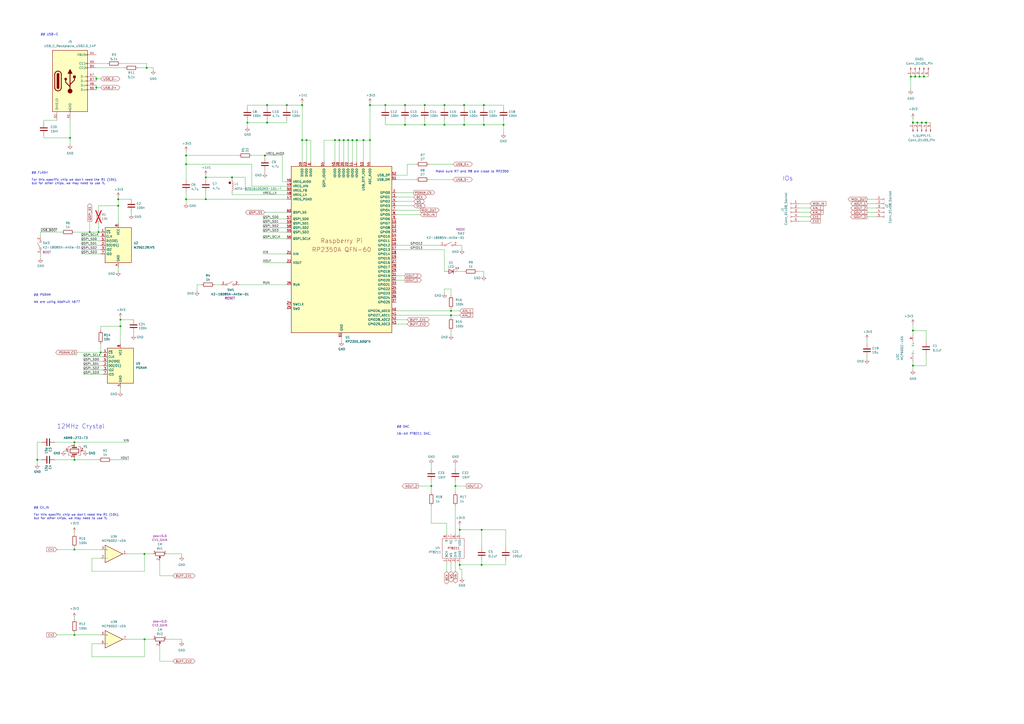
<source format=kicad_sch>
(kicad_sch (version 20231120) (generator "eeschema") (generator_version "8.0")
  (paper "A2")
  (title_block (title "RP2350A QFN-60 Minimal Design Example") (date "2024-07-01") (rev "REV3") (company "Raspberry Pi Ltd"))
  (junction (at 530.86 44.45))
  (junction (at 257.81 60.96))
  (junction (at 153.67 90.17))
  (junction (at 119.38 102.87))
  (junction (at 194.31 81.28))
  (junction (at 280.67 72.39))
  (junction (at 175.26 81.28))
  (junction (at 529.59 212.09))
  (junction (at 535.94 44.45))
  (junction (at 55.88 50.8))
  (junction (at 154.94 71.12))
  (junction (at 532.13 71.12))
  (junction (at 537.21 71.12))
  (junction (at 214.63 60.96))
  (junction (at 196.85 81.28))
  (junction (at 43.18 256.54))
  (junction (at 134.62 102.87))
  (junction (at 279.4 307.34))
  (junction (at 69.85 189.23))
  (junction (at 261.62 182.88))
  (junction (at 119.38 115.57))
  (junction (at 223.52 60.96))
  (junction (at 264.16 281.94))
  (junction (at 210.82 81.28))
  (junction (at 21.59 266.7))
  (junction (at 154.94 60.96))
  (junction (at 207.01 81.28))
  (junction (at 68.58 119.38))
  (junction (at 269.24 72.39))
  (junction (at 292.1 72.39))
  (junction (at 261.62 180.34))
  (junction (at 246.38 72.39))
  (junction (at 204.47 81.28))
  (junction (at 199.39 81.28))
  (junction (at 40.64 80.01))
  (junction (at 83.82 370.84))
  (junction (at 175.26 60.96))
  (junction (at 107.95 115.57))
  (junction (at 280.67 60.96))
  (junction (at 257.81 72.39))
  (junction (at 528.32 44.45))
  (junction (at 269.24 60.96))
  (junction (at 166.37 60.96))
  (junction (at 43.18 318.77))
  (junction (at 52.07 134.62))
  (junction (at 68.58 115.57))
  (junction (at 55.88 45.72))
  (junction (at 234.95 60.96))
  (junction (at 43.18 266.7))
  (junction (at 250.19 281.94))
  (junction (at 69.85 185.42))
  (junction (at 279.4 327.66))
  (junction (at 83.82 321.31))
  (junction (at 534.67 71.12))
  (junction (at 234.95 72.39))
  (junction (at 266.7 327.66))
  (junction (at 43.18 368.3))
  (junction (at 214.63 81.28))
  (junction (at 529.59 191.77))
  (junction (at 107.95 90.17))
  (junction (at 57.15 134.62))
  (junction (at 177.8 81.28))
  (junction (at 246.38 60.96))
  (junction (at 533.4 44.45))
  (junction (at 58.42 204.47))
  (junction (at 85.09 39.37))
  (junction (at 529.59 71.12))
  (junction (at 266.7 307.34))
  (junction (at 201.93 81.28))
  (junction (at 107.95 95.25))
  (junction (at 143.51 71.12))
  (wire (pts (xy 153.67 100.33) (xy 153.67 99.06)))
  (wire (pts (xy 77.47 193.04) (xy 77.47 194.31)))
  (wire (pts (xy 80.01 39.37) (xy 85.09 39.37)))
  (wire (pts (xy 146.05 95.25) (xy 146.05 107.95)))
  (wire (pts (xy 534.67 71.12) (xy 537.21 71.12)))
  (wire (pts (xy 154.94 60.96) (xy 166.37 60.96)))
  (wire (pts (xy 43.18 257.81) (xy 43.18 256.54)))
  (wire (pts (xy 234.95 62.23) (xy 234.95 60.96)))
  (wire (pts (xy 234.95 69.85) (xy 234.95 72.39)))
  (wire (pts (xy 163.83 90.17) (xy 163.83 105.41)))
  (wire (pts (xy 43.18 308.61) (xy 43.18 309.88)))
  (wire (pts (xy 207.01 81.28) (xy 210.82 81.28)))
  (wire (pts (xy 154.94 62.23) (xy 154.94 60.96)))
  (wire (pts (xy 166.37 138.43) (xy 152.4 138.43)))
  (wire (pts (xy 154.94 71.12) (xy 166.37 71.12)))
  (wire (pts (xy 535.94 44.45) (xy 538.48 44.45)))
  (wire (pts (xy 143.51 69.85) (xy 143.51 71.12)))
  (wire (pts (xy 153.67 90.17) (xy 163.83 90.17)))
  (wire (pts (xy 68.58 115.57) (xy 68.58 119.38)))
  (wire (pts (xy 40.64 80.01) (xy 40.64 83.82)))
  (wire (pts (xy 105.41 322.58) (xy 105.41 321.31)))
  (wire (pts (xy 25.4 78.74) (xy 25.4 80.01)))
  (wire (pts (xy 246.38 62.23) (xy 246.38 60.96)))
  (wire (pts (xy 23.495 134.62) (xy 23.495 137.16)))
  (wire (pts (xy 107.95 90.17) (xy 107.95 95.25)))
  (wire (pts (xy 259.08 326.39) (xy 259.08 331.47)))
  (wire (pts (xy 223.52 62.23) (xy 223.52 60.96)))
  (wire (pts (xy 43.18 266.7) (xy 57.15 266.7)))
  (wire (pts (xy 223.52 69.85) (xy 223.52 72.39)))
  (wire (pts (xy 48.26 207.01) (xy 59.69 207.01)))
  (wire (pts (xy 48.26 212.09) (xy 59.69 212.09)))
  (wire (pts (xy 266.7 307.34) (xy 266.7 304.8)))
  (wire (pts (xy 229.87 162.56) (xy 234.95 162.56)))
  (wire (pts (xy 107.95 95.25) (xy 146.05 95.25)))
  (wire (pts (xy 92.71 374.65) (xy 92.71 383.54)))
  (wire (pts (xy 261.62 179.07) (xy 261.62 180.34)))
  (wire (pts (xy 107.95 95.25) (xy 107.95 104.14)))
  (wire (pts (xy 463.55 128.27) (xy 469.9 128.27)))
  (wire (pts (xy 83.82 370.84) (xy 83.82 381)))
  (wire (pts (xy 229.87 114.3) (xy 240.03 114.3)))
  (wire (pts (xy 266.7 307.34) (xy 279.4 307.34)))
  (wire (pts (xy 21.59 266.7) (xy 21.59 269.24)))
  (wire (pts (xy 537.21 71.12) (xy 539.75 71.12)))
  (wire (pts (xy 40.64 69.85) (xy 40.64 80.01)))
  (wire (pts (xy 199.39 93.98) (xy 199.39 81.28)))
  (wire (pts (xy 83.82 321.31) (xy 88.9 321.31)))
  (wire (pts (xy 261.62 182.88) (xy 266.7 182.88)))
  (wire (pts (xy 187.96 93.98) (xy 187.96 81.28)))
  (wire (pts (xy 83.82 381) (xy 53.34 381)))
  (wire (pts (xy 463.55 120.65) (xy 469.9 120.65)))
  (wire (pts (xy 21.59 256.54) (xy 21.59 266.7)))
  (wire (pts (xy 210.82 81.28) (xy 214.63 81.28)))
  (wire (pts (xy 257.81 60.96) (xy 269.24 60.96)))
  (wire (pts (xy 24.13 256.54) (xy 21.59 256.54)))
  (wire (pts (xy 69.85 185.42) (xy 69.85 189.23)))
  (wire (pts (xy 153.67 90.17) (xy 153.67 91.44)))
  (wire (pts (xy 46.99 147.32) (xy 58.42 147.32)))
  (wire (pts (xy 48.26 217.17) (xy 59.69 217.17)))
  (wire (pts (xy 269.24 72.39) (xy 257.81 72.39)))
  (wire (pts (xy 530.86 44.45) (xy 533.4 44.45)))
  (wire (pts (xy 201.93 81.28) (xy 204.47 81.28)))
  (wire (pts (xy 250.19 303.53) (xy 259.08 303.53)))
  (wire (pts (xy 73.66 370.84) (xy 83.82 370.84)))
  (wire (pts (xy 234.95 72.39) (xy 223.52 72.39)))
  (wire (pts (xy 269.24 69.85) (xy 269.24 72.39)))
  (wire (pts (xy 85.09 39.37) (xy 88.9 39.37)))
  (wire (pts (xy 43.18 318.77) (xy 58.42 318.77)))
  (wire (pts (xy 175.26 60.96) (xy 175.26 81.28)))
  (wire (pts (xy 196.85 81.28) (xy 199.39 81.28)))
  (wire (pts (xy 502.92 125.73) (xy 508 125.73)))
  (wire (pts (xy 201.93 93.98) (xy 201.93 81.28)))
  (wire (pts (xy 92.71 325.12) (xy 92.71 334.01)))
  (wire (pts (xy 250.19 293.37) (xy 250.19 303.53)))
  (wire (pts (xy 146.05 107.95) (xy 166.37 107.95)))
  (wire (pts (xy 257.81 157.48) (xy 257.81 144.78)))
  (wire (pts (xy 53.34 373.38) (xy 58.42 373.38)))
  (wire (pts (xy 153.67 123.19) (xy 166.37 123.19)))
  (wire (pts (xy 199.39 81.28) (xy 201.93 81.28)))
  (wire (pts (xy 57.15 119.38) (xy 68.58 119.38)))
  (wire (pts (xy 55.88 39.37) (xy 72.39 39.37)))
  (wire (pts (xy 107.95 87.63) (xy 107.95 90.17)))
  (wire (pts (xy 107.95 115.57) (xy 119.38 115.57)))
  (wire (pts (xy 266.7 327.66) (xy 266.7 330.2)))
  (wire (pts (xy 116.84 165.1) (xy 114.3 165.1)))
  (wire (pts (xy 234.95 60.96) (xy 246.38 60.96)))
  (wire (pts (xy 55.88 50.8) (xy 55.88 52.07)))
  (wire (pts (xy 265.43 142.24) (xy 267.97 142.24)))
  (wire (pts (xy 119.38 104.14) (xy 119.38 102.87)))
  (wire (pts (xy 264.16 281.94) (xy 264.16 285.75)))
  (wire (pts (xy 69.85 189.23) (xy 69.85 199.39)))
  (wire (pts (xy 261.62 326.39) (xy 261.62 331.47)))
  (wire (pts (xy 68.58 119.38) (xy 68.58 129.54)))
  (wire (pts (xy 143.51 62.23) (xy 143.51 60.96)))
  (wire (pts (xy 463.55 123.19) (xy 469.9 123.19)))
  (wire (pts (xy 107.95 111.76) (xy 107.95 115.57)))
  (wire (pts (xy 293.37 317.5) (xy 293.37 307.34)))
  (wire (pts (xy 92.71 383.54) (xy 100.33 383.54)))
  (wire (pts (xy 53.34 331.47) (xy 53.34 323.85)))
  (wire (pts (xy 243.84 124.46) (xy 229.87 124.46)))
  (wire (pts (xy 279.4 307.34) (xy 293.37 307.34)))
  (wire (pts (xy 166.37 110.49) (xy 142.24 110.49)))
  (wire (pts (xy 529.59 71.12) (xy 532.13 71.12)))
  (wire (pts (xy 279.4 325.12) (xy 279.4 327.66)))
  (wire (pts (xy 229.87 187.96) (xy 236.22 187.96)))
  (wire (pts (xy 35.56 134.62) (xy 23.495 134.62)))
  (wire (pts (xy 261.62 180.34) (xy 266.7 180.34)))
  (wire (pts (xy 248.92 104.14) (xy 262.89 104.14)))
  (wire (pts (xy 175.26 81.28) (xy 175.26 93.98)))
  (wire (pts (xy 55.88 49.53) (xy 55.88 50.8)))
  (wire (pts (xy 264.16 269.24) (xy 264.16 271.78)))
  (wire (pts (xy 293.37 327.66) (xy 279.4 327.66)))
  (wire (pts (xy 214.63 81.28) (xy 214.63 93.98)))
  (wire (pts (xy 293.37 325.12) (xy 293.37 327.66)))
  (wire (pts (xy 229.87 160.02) (xy 234.95 160.02)))
  (wire (pts (xy 68.58 114.3) (xy 68.58 115.57)))
  (wire (pts (xy 92.71 334.01) (xy 100.33 334.01)))
  (wire (pts (xy 119.38 101.6) (xy 119.38 102.87)))
  (wire (pts (xy 64.77 266.7) (xy 74.93 266.7)))
  (wire (pts (xy 242.57 281.94) (xy 250.19 281.94)))
  (wire (pts (xy 31.75 266.7) (xy 43.18 266.7)))
  (wire (pts (xy 119.38 115.57) (xy 166.37 115.57)))
  (wire (pts (xy 529.59 71.12) (xy 529.59 68.58)))
  (wire (pts (xy 107.95 115.57) (xy 107.95 118.11)))
  (wire (pts (xy 24.13 266.7) (xy 21.59 266.7)))
  (wire (pts (xy 107.95 90.17) (xy 138.43 90.17)))
  (wire (pts (xy 261.62 184.15) (xy 261.62 182.88)))
  (wire (pts (xy 267.97 142.24) (xy 267.97 144.78)))
  (wire (pts (xy 143.51 71.12) (xy 143.51 73.66)))
  (wire (pts (xy 261.62 194.31) (xy 261.62 191.77)))
  (wire (pts (xy 204.47 81.28) (xy 207.01 81.28)))
  (wire (pts (xy 43.18 367.03) (xy 43.18 368.3)))
  (wire (pts (xy 259.08 303.53) (xy 259.08 309.88)))
  (wire (pts (xy 292.1 72.39) (xy 292.1 77.47)))
  (wire (pts (xy 154.94 69.85) (xy 154.94 71.12)))
  (wire (pts (xy 269.24 60.96) (xy 280.67 60.96)))
  (wire (pts (xy 533.4 44.45) (xy 535.94 44.45)))
  (wire (pts (xy 105.41 372.11) (xy 105.41 370.84)))
  (wire (pts (xy 537.21 191.77) (xy 529.59 191.77)))
  (wire (pts (xy 292.1 69.85) (xy 292.1 72.39)))
  (wire (pts (xy 48.26 214.63) (xy 59.69 214.63)))
  (wire (pts (xy 152.4 147.32) (xy 166.37 147.32)))
  (wire (pts (xy 198.12 195.58) (xy 198.12 198.12)))
  (wire (pts (xy 68.58 157.48) (xy 68.58 154.94)))
  (wire (pts (xy 46.99 142.24) (xy 58.42 142.24)))
  (wire (pts (xy 152.4 132.08) (xy 166.37 132.08)))
  (wire (pts (xy 36.83 261.62) (xy 38.1 261.62)))
  (wire (pts (xy 52.07 128.27) (xy 52.07 134.62)))
  (wire (pts (xy 502.92 120.65) (xy 508 120.65)))
  (wire (pts (xy 180.34 81.28) (xy 180.34 93.98)))
  (wire (pts (xy 85.09 36.83) (xy 85.09 39.37)))
  (wire (pts (xy 43.18 134.62) (xy 52.07 134.62)))
  (wire (pts (xy 194.31 93.98) (xy 194.31 81.28)))
  (wire (pts (xy 279.4 327.66) (xy 266.7 327.66)))
  (wire (pts (xy 33.02 368.3) (xy 43.18 368.3)))
  (wire (pts (xy 143.51 60.96) (xy 154.94 60.96)))
  (wire (pts (xy 142.24 110.49) (xy 142.24 102.87)))
  (wire (pts (xy 58.42 50.8) (xy 55.88 50.8)))
  (wire (pts (xy 58.42 199.39) (xy 58.42 204.47)))
  (wire (pts (xy 264.16 293.37) (xy 264.16 309.88)))
  (wire (pts (xy 280.67 62.23) (xy 280.67 60.96)))
  (wire (pts (xy 152.4 127) (xy 166.37 127)))
  (wire (pts (xy 236.22 95.25) (xy 236.22 101.6)))
  (wire (pts (xy 280.67 157.48) (xy 280.67 160.02)))
  (wire (pts (xy 229.87 144.78) (xy 257.81 144.78)))
  (wire (pts (xy 43.18 368.3) (xy 58.42 368.3)))
  (wire (pts (xy 257.81 69.85) (xy 257.81 72.39)))
  (wire (pts (xy 214.63 59.69) (xy 214.63 60.96)))
  (wire (pts (xy 257.81 62.23) (xy 257.81 60.96)))
  (wire (pts (xy 146.05 90.17) (xy 153.67 90.17)))
  (wire (pts (xy 152.4 129.54) (xy 166.37 129.54)))
  (wire (pts (xy 537.21 198.12) (xy 537.21 191.77)))
  (wire (pts (xy 57.15 134.62) (xy 58.42 134.62)))
  (wire (pts (xy 229.87 121.92) (xy 243.84 121.92)))
  (wire (pts (xy 152.4 134.62) (xy 166.37 134.62)))
  (wire (pts (xy 88.9 40.64) (xy 88.9 39.37)))
  (wire (pts (xy 269.24 62.23) (xy 269.24 60.96)))
  (wire (pts (xy 124.46 165.1) (xy 128.27 165.1)))
  (wire (pts (xy 23.495 147.32) (xy 23.495 149.86)))
  (wire (pts (xy 280.67 72.39) (xy 269.24 72.39)))
  (wire (pts (xy 529.59 191.77) (xy 529.59 194.31)))
  (wire (pts (xy 58.42 45.72) (xy 55.88 45.72)))
  (wire (pts (xy 502.92 196.85) (xy 502.92 199.39)))
  (wire (pts (xy 166.37 60.96) (xy 175.26 60.96)))
  (wire (pts (xy 96.52 321.31) (xy 105.41 321.31)))
  (wire (pts (xy 246.38 60.96) (xy 257.81 60.96)))
  (wire (pts (xy 257.81 72.39) (xy 246.38 72.39)))
  (wire (pts (xy 264.16 279.4) (xy 264.16 281.94)))
  (wire (pts (xy 83.82 331.47) (xy 53.34 331.47)))
  (wire (pts (xy 229.87 185.42) (xy 236.22 185.42)))
  (wire (pts (xy 214.63 60.96) (xy 223.52 60.96)))
  (wire (pts (xy 134.62 113.03) (xy 166.37 113.03)))
  (wire (pts (xy 119.38 111.76) (xy 119.38 115.57)))
  (wire (pts (xy 537.21 205.74) (xy 537.21 212.09)))
  (wire (pts (xy 119.38 102.87) (xy 134.62 102.87)))
  (wire (pts (xy 246.38 69.85) (xy 246.38 72.39)))
  (wire (pts (xy 529.59 214.63) (xy 529.59 212.09)))
  (wire (pts (xy 43.18 317.5) (xy 43.18 318.77)))
  (wire (pts (xy 502.92 118.11) (xy 508 118.11)))
  (wire (pts (xy 57.15 121.92) (xy 57.15 119.38)))
  (wire (pts (xy 236.22 95.25) (xy 241.3 95.25)))
  (wire (pts (xy 177.8 81.28) (xy 180.34 81.28)))
  (wire (pts (xy 48.26 261.62) (xy 49.53 261.62)))
  (wire (pts (xy 58.42 204.47) (xy 59.69 204.47)))
  (wire (pts (xy 267.97 330.2) (xy 267.97 335.28)))
  (wire (pts (xy 196.85 93.98) (xy 196.85 81.28)))
  (wire (pts (xy 69.85 184.15) (xy 69.85 185.42)))
  (wire (pts (xy 279.4 317.5) (xy 279.4 307.34)))
  (wire (pts (xy 250.19 281.94) (xy 250.19 285.75)))
  (wire (pts (xy 248.92 95.25) (xy 262.89 95.25)))
  (wire (pts (xy 269.24 157.48) (xy 265.43 157.48)))
  (wire (pts (xy 532.13 71.12) (xy 534.67 71.12)))
  (wire (pts (xy 229.87 182.88) (xy 261.62 182.88)))
  (wire (pts (xy 261.62 171.45) (xy 261.62 167.64)))
  (wire (pts (xy 528.32 44.45) (xy 530.86 44.45)))
  (wire (pts (xy 210.82 93.98) (xy 210.82 81.28)))
  (wire (pts (xy 266.7 307.34) (xy 266.7 309.88)))
  (wire (pts (xy 69.85 36.83) (xy 85.09 36.83)))
  (wire (pts (xy 68.58 115.57) (xy 76.2 115.57)))
  (wire (pts (xy 264.16 326.39) (xy 264.16 331.47)))
  (wire (pts (xy 463.55 125.73) (xy 469.9 125.73)))
  (wire (pts (xy 175.26 59.69) (xy 175.26 60.96)))
  (wire (pts (xy 53.34 323.85) (xy 58.42 323.85)))
  (wire (pts (xy 55.88 36.83) (xy 62.23 36.83)))
  (wire (pts (xy 33.02 69.85) (xy 25.4 69.85)))
  (wire (pts (xy 229.87 180.34) (xy 261.62 180.34)))
  (wire (pts (xy 280.67 72.39) (xy 292.1 72.39)))
  (wire (pts (xy 25.4 69.85) (xy 25.4 71.12)))
  (wire (pts (xy 53.34 381) (xy 53.34 373.38)))
  (wire (pts (xy 57.15 129.54) (xy 57.15 134.62)))
  (wire (pts (xy 134.62 113.03) (xy 134.62 111.76)))
  (wire (pts (xy 261.62 167.64) (xy 257.81 167.64)))
  (wire (pts (xy 46.99 137.16) (xy 58.42 137.16)))
  (wire (pts (xy 48.26 209.55) (xy 59.69 209.55)))
  (wire (pts (xy 276.86 157.48) (xy 280.67 157.48)))
  (wire (pts (xy 83.82 321.31) (xy 83.82 331.47)))
  (wire (pts (xy 280.67 60.96) (xy 292.1 60.96)))
  (wire (pts (xy 25.4 80.01) (xy 40.64 80.01)))
  (wire (pts (xy 537.21 212.09) (xy 529.59 212.09)))
  (wire (pts (xy 194.31 81.28) (xy 196.85 81.28)))
  (wire (pts (xy 204.47 93.98) (xy 204.47 81.28)))
  (wire (pts (xy 44.45 204.47) (xy 58.42 204.47)))
  (wire (pts (xy 134.62 102.87) (xy 134.62 104.14)))
  (wire (pts (xy 73.66 321.31) (xy 83.82 321.31)))
  (wire (pts (xy 33.02 318.77) (xy 43.18 318.77)))
  (wire (pts (xy 502.92 115.57) (xy 508 115.57)))
  (wire (pts (xy 264.16 281.94) (xy 270.51 281.94)))
  (wire (pts (xy 469.9 118.11) (xy 463.55 118.11)))
  (wire (pts (xy 250.19 279.4) (xy 250.19 281.94)))
  (wire (pts (xy 166.37 62.23) (xy 166.37 60.96)))
  (wire (pts (xy 229.87 101.6) (xy 236.22 101.6)))
  (wire (pts (xy 58.42 189.23) (xy 69.85 189.23)))
  (wire (pts (xy 96.52 370.84) (xy 105.41 370.84)))
  (wire (pts (xy 246.38 72.39) (xy 234.95 72.39)))
  (wire (pts (xy 143.51 71.12) (xy 154.94 71.12)))
  (wire (pts (xy 229.87 111.76) (xy 240.03 111.76)))
  (wire (pts (xy 55.88 45.72) (xy 55.88 46.99)))
  (wire (pts (xy 187.96 81.28) (xy 194.31 81.28)))
  (wire (pts (xy 69.85 227.33) (xy 69.85 224.79)))
  (wire (pts (xy 529.59 187.96) (xy 529.59 191.77)))
  (wire (pts (xy 266.7 330.2) (xy 267.97 330.2)))
  (wire (pts (xy 257.81 167.64) (xy 257.81 170.18)))
  (wire (pts (xy 52.07 134.62) (xy 57.15 134.62)))
  (wire (pts (xy 177.8 81.28) (xy 175.26 81.28)))
  (wire (pts (xy 207.01 81.28) (xy 207.01 93.98)))
  (wire (pts (xy 83.82 370.84) (xy 88.9 370.84)))
  (wire (pts (xy 43.18 256.54) (xy 74.93 256.54)))
  (wire (pts (xy 69.85 185.42) (xy 77.47 185.42)))
  (wire (pts (xy 58.42 191.77) (xy 58.42 189.23)))
  (wire (pts (xy 229.87 116.84) (xy 240.03 116.84)))
  (wire (pts (xy 229.87 104.14) (xy 241.3 104.14)))
  (wire (pts (xy 46.99 144.78) (xy 58.42 144.78)))
  (wire (pts (xy 142.24 102.87) (xy 134.62 102.87)))
  (wire (pts (xy 114.3 165.1) (xy 114.3 168.91)))
  (wire (pts (xy 43.18 265.43) (xy 43.18 266.7)))
  (wire (pts (xy 229.87 142.24) (xy 255.27 142.24)))
  (wire (pts (xy 214.63 60.96) (xy 214.63 81.28)))
  (wire (pts (xy 55.88 44.45) (xy 55.88 45.72)))
  (wire (pts (xy 529.59 212.09) (xy 529.59 209.55)))
  (wire (pts (xy 163.83 105.41) (xy 166.37 105.41)))
  (wire (pts (xy 229.87 119.38) (xy 240.03 119.38)))
  (wire (pts (xy 250.19 269.24) (xy 250.19 271.78)))
  (wire (pts (xy 502.92 207.01) (xy 502.92 208.28)))
  (wire (pts (xy 223.52 60.96) (xy 234.95 60.96)))
  (wire (pts (xy 166.37 152.4) (xy 152.4 152.4)))
  (wire (pts (xy 292.1 62.23) (xy 292.1 60.96)))
  (wire (pts (xy 43.18 358.14) (xy 43.18 359.41)))
  (wire (pts (xy 31.75 256.54) (xy 43.18 256.54)))
  (wire (pts (xy 46.99 139.7) (xy 58.42 139.7)))
  (wire (pts (xy 528.32 44.45) (xy 528.32 52.07)))
  (wire (pts (xy 166.37 71.12) (xy 166.37 69.85)))
  (wire (pts (xy 177.8 93.98) (xy 177.8 81.28)))
  (wire (pts (xy 138.43 165.1) (xy 166.37 165.1)))
  (wire (pts (xy 280.67 69.85) (xy 280.67 72.39)))
  (wire (pts (xy 76.2 123.19) (xy 76.2 124.46)))
  (wire (pts (xy 266.7 326.39) (xy 266.7 327.66)))
  (wire (pts (xy 502.92 123.19) (xy 508 123.19)))
  (circle (center 133.35 106.045) (radius 0.635) (stroke (width 0) (color 132 0 0 1)) (fill (type color) (color 132 0 0 1)))
  (text "IOs" (at 453.898 105.156 0) (effects (font (size 2.54 2.54)) (justify left bottom)))
  (text "## FLASH\n\nFor this specific chip we don't need the R1 (10k),\nbut for other chips, we may need to use it." (at 18.288 103.378 0) (effects (font (size 1.27 1.27)) (justify left)))
  (text "## PSRAM\n\nWe are using Adafruit 4677" (at 19.558 173.228 0) (effects (font (size 1.27 1.27)) (justify left)))
  (text "## DAC\n\n16-bit PT8211 DAC." (at 230.124 249.682 0) (effects (font (size 1.27 1.27)) (justify left)))
  (text "## USB-C" (at 28.702 20.066 0) (effects (font (size 1.27 1.27))))
  (text "Make sure R7 and R8 are close to RP2350\n" (at 252.73 100.33 0) (effects (font (size 1.27 1.27)) (justify left bottom)))
  (text "12MHz Crystal" (at 33.02 248.92 0) (effects (font (size 2.54 2.54)) (justify left bottom)))
  (text "## CV_IN\n\nFor this specific chip we don't need the R1 (10k),\nbut for other chips, we may need to use it." (at 19.558 297.688 0) (effects (font (size 1.27 1.27)) (justify left)))
  (label "XIN" (at 152.4 147.32 0))
  (label "QSPI_SD3" (at 48.26 217.17 0))
  (label "QSPI_SCLK" (at 48.26 207.01 0))
  (label "XOUT" (at 152.4 152.4 0))
  (label "QSPI_SD2" (at 46.99 144.78 0))
  (label "RUN" (at 152.4 165.1 0))
  (label "QSPI_SD0" (at 152.4 127 0))
  (label "QSPI_SD0" (at 46.99 139.7 0))
  (label "QSPI_SD2" (at 48.26 214.63 0))
  (label "QSPI_SD3" (at 46.99 147.32 0))
  (label "XOUT" (at 74.93 266.7 180))
  (label "QSPI_SD2" (at 152.4 132.08 0))
  (label "~{USB_BOOT}" (at 23.495 134.62 0))
  (label "XIN" (at 74.93 256.54 180))
  (label "VREG_AVDD" (at 154.305 90.17 0))
  (label "GPIO12" (at 245.11 142.24 180))
  (label "QSPI_SD1" (at 152.4 129.54 0))
  (label "QSPI_SCLK" (at 152.4 138.43 0))
  (label "QSPI_SCLK" (at 46.99 137.16 0))
  (label "GPIO13" (at 245.11 144.78 180))
  (label "QSPI_SD0" (at 48.26 209.55 0))
  (label "QSPI_SD1" (at 46.99 142.24 0))
  (label "VREG_LX" (at 152.4 113.03 0))
  (label "QSPI_SD1" (at 48.26 212.09 0))
  (label "QSPI_SD3" (at 152.4 134.62 0))
  (global_label "BUFF_CV1" (shape bidirectional) (at 236.22 185.42 0) (property "Intersheetrefs" "${INTERSHEET_REFS}" (effects (hide yes))))
  (global_label "CV2" (shape input) (at 469.9 128.27 0) (property "Intersheetrefs" "${INTERSHEET_REFS}" (effects (hide yes))))
  (global_label "GOUT_1" (shape output) (at 234.95 162.56 0) (property "Intersheetrefs" "${INTERSHEET_REFS}" (effects (hide yes))))
  (global_label "BUFF_CV2" (shape bidirectional) (at 236.22 187.96 0) (property "Intersheetrefs" "${INTERSHEET_REFS}" (effects (hide yes))))
  (global_label "GOUT_1" (shape output) (at 502.92 123.19 180) (property "Intersheetrefs" "${INTERSHEET_REFS}" (effects (hide yes))))
  (global_label "WS" (shape bidirectional) (at 261.62 331.47 270) (property "Intersheetrefs" "${INTERSHEET_REFS}" (effects (hide yes))))
  (global_label "CV1" (shape input) (at 469.9 125.73 0) (property "Intersheetrefs" "${INTERSHEET_REFS}" (effects (hide yes))))
  (global_label "DIN" (shape bidirectional) (at 240.03 119.38 0) (property "Intersheetrefs" "${INTERSHEET_REFS}" (effects (hide yes))))
  (global_label "AOUT_1" (shape output) (at 270.51 281.94 0) (property "Intersheetrefs" "${INTERSHEET_REFS}" (effects (hide yes))))
  (global_label "BUFF_CV1" (shape bidirectional) (at 100.33 334.01 0) (property "Intersheetrefs" "${INTERSHEET_REFS}" (effects (hide yes))))
  (global_label "AOUT_2" (shape output) (at 242.57 281.94 180) (property "Intersheetrefs" "${INTERSHEET_REFS}" (effects (hide yes))))
  (global_label "QSPI_SS" (shape bidirectional) (at 153.67 123.19 180) (property "Intersheetrefs" "${INTERSHEET_REFS}" (effects (hide yes))))
  (global_label "MIDI_OUT" (shape output) (at 243.84 121.92 0) (property "Intersheetrefs" "${INTERSHEET_REFS}" (effects (hide yes))))
  (global_label "AIN_2" (shape input) (at 469.9 123.19 0) (property "Intersheetrefs" "${INTERSHEET_REFS}" (effects (hide yes))))
  (global_label "MIDI_OUT" (shape output) (at 502.92 115.57 180) (property "Intersheetrefs" "${INTERSHEET_REFS}" (effects (hide yes))))
  (global_label "PSRAM_CS" (shape output) (at 44.45 204.47 180) (property "Intersheetrefs" "${INTERSHEET_REFS}" (effects (hide yes))))
  (global_label "DIN" (shape bidirectional) (at 264.16 331.47 270) (property "Intersheetrefs" "${INTERSHEET_REFS}" (effects (hide yes))))
  (global_label "BCK" (shape bidirectional) (at 240.03 114.3 0) (property "Intersheetrefs" "${INTERSHEET_REFS}" (effects (hide yes))))
  (global_label "MIDI_IN" (shape input) (at 469.9 118.11 0) (property "Intersheetrefs" "${INTERSHEET_REFS}" (effects (hide yes))))
  (global_label "CV1" (shape input) (at 33.02 318.77 180) (property "Intersheetrefs" "${INTERSHEET_REFS}" (effects (hide yes))))
  (global_label "GOUT_2" (shape output) (at 234.95 160.02 0) (property "Intersheetrefs" "${INTERSHEET_REFS}" (effects (hide yes))))
  (global_label "AIN_1" (shape input) (at 469.9 120.65 0) (property "Intersheetrefs" "${INTERSHEET_REFS}" (effects (hide yes))))
  (global_label "CV2" (shape input) (at 33.02 368.3 180) (property "Intersheetrefs" "${INTERSHEET_REFS}" (effects (hide yes))))
  (global_label "MIDI_IN" (shape input) (at 243.84 124.46 0) (property "Intersheetrefs" "${INTERSHEET_REFS}" (effects (hide yes))))
  (global_label "AIN_1" (shape input) (at 266.7 180.34 0) (property "Intersheetrefs" "${INTERSHEET_REFS}" (effects (hide yes))))
  (global_label "AIN_2" (shape input) (at 266.7 182.88 0) (property "Intersheetrefs" "${INTERSHEET_REFS}" (effects (hide yes))))
  (global_label "QSPI_SS" (shape output) (at 52.07 128.27 90) (property "Intersheetrefs" "${INTERSHEET_REFS}" (effects (hide yes))))
  (global_label "AOUT_1" (shape output) (at 502.92 118.11 180) (property "Intersheetrefs" "${INTERSHEET_REFS}" (effects (hide yes))))
  (global_label "BUFF_CV2" (shape bidirectional) (at 100.33 383.54 0) (property "Intersheetrefs" "${INTERSHEET_REFS}" (effects (hide yes))))
  (global_label "GOUT_2" (shape output) (at 502.92 125.73 180) (property "Intersheetrefs" "${INTERSHEET_REFS}" (effects (hide yes))))
  (global_label "USB_D-" (shape bidirectional) (at 58.42 45.72 0) (property "Intersheetrefs" "${INTERSHEET_REFS}" (effects (hide yes))))
  (global_label "USB_D+" (shape bidirectional) (at 262.89 95.25 0) (property "Intersheetrefs" "${INTERSHEET_REFS}" (effects (hide yes))))
  (global_label "USB_D-" (shape bidirectional) (at 262.89 104.14 0) (property "Intersheetrefs" "${INTERSHEET_REFS}" (effects (hide yes))))
  (global_label "AOUT_2" (shape output) (at 502.92 120.65 180) (property "Intersheetrefs" "${INTERSHEET_REFS}" (effects (hide yes))))
  (global_label "USB_D+" (shape bidirectional) (at 58.42 50.8 0) (property "Intersheetrefs" "${INTERSHEET_REFS}" (effects (hide yes))))
  (global_label "PSRAM_CS" (shape output) (at 240.03 111.76 0) (property "Intersheetrefs" "${INTERSHEET_REFS}" (effects (hide yes))))
  (global_label "WS" (shape bidirectional) (at 240.03 116.84 0) (property "Intersheetrefs" "${INTERSHEET_REFS}" (effects (hide yes))))
  (global_label "BCK" (shape bidirectional) (at 259.08 331.47 270) (property "Intersheetrefs" "${INTERSHEET_REFS}" (effects (hide yes))))
  (symbol (lib_id "power:+3V3") (at 68.58 114.3 0) (unit 1)
    (property "Reference" "#PWR04" (effects (hide yes)))
    (property "Value" "+3V3" (at 68.961 109.9058 0))
  )
  (symbol (lib_id "power:GND") (at 68.58 157.48 0) (unit 1)
    (property "Reference" "#PWR05" (effects (hide yes)))
    (property "Value" "GND" (at 64.77 158.75 0))
  )
  (symbol (lib_id "Device:R") (at 57.15 125.73 0) (unit 1) (on_board no) (dnp yes)
    (property "Reference" "R1" (at 58.928 124.5616 0) (effects (justify left)))
    (property "Value" "10k" (at 58.928 126.873 0) (effects (justify left)))
    (property "Footprint" "Resistor_SMD:R_0402_1005Metric" (effects (hide yes)))
  )
  (symbol (lib_id "Device:C") (at 76.2 119.38 0) (unit 1)
    (property "Reference" "C2" (at 79.121 118.2116 0) (effects (justify left)))
    (property "Value" "100n" (at 79.121 120.523 0) (effects (justify left)))
    (property "Footprint" "Capacitor_SMD:C_0402_1005Metric" (effects (hide yes)))
  )
  (symbol (lib_id "power:GND") (at 76.2 124.46 0) (unit 1)
    (property "Reference" "#PWR06" (effects (hide yes)))
    (property "Value" "GND" (at 80.01 125.73 0))
  )
  (symbol (lib_id "power:GND") (at 198.12 198.12 0) (unit 1)
    (property "Reference" "#PWR021" (effects (hide yes)))
    (property "Value" "GND" (at 198.247 202.5142 0))
  )
  (symbol (lib_id "Device:R") (at 245.11 95.25 270) (unit 1)
    (property "Reference" "R7" (at 245.11 89.9922 90))
    (property "Value" "27" (at 245.11 92.3036 90))
    (property "Footprint" "Resistor_SMD:R_0402_1005Metric" (effects (hide yes)))
  )
  (symbol (lib_id "Device:R") (at 245.11 104.14 270) (unit 1)
    (property "Reference" "R8" (at 245.11 98.8822 90))
    (property "Value" "27" (at 245.11 101.1936 90))
    (property "Footprint" "Resistor_SMD:R_0402_1005Metric" (effects (hide yes)))
  )
  (symbol (lib_id "power:+3V3") (at 214.63 59.69 0) (unit 1)
    (property "Reference" "#PWR022" (effects (hide yes)))
    (property "Value" "+3V3" (at 215.011 55.2958 0))
  )
  (symbol (lib_id "Device:C") (at 223.52 66.04 0) (unit 1)
    (property "Reference" "C12" (at 226.441 64.8716 0) (effects (justify left)))
    (property "Value" "100n" (at 226.441 67.183 0) (effects (justify left)))
    (property "Footprint" "Capacitor_SMD:C_0402_1005Metric" (effects (hide yes)))
  )
  (symbol (lib_id "Device:C") (at 234.95 66.04 0) (unit 1)
    (property "Reference" "C13" (at 237.871 64.8716 0) (effects (justify left)))
    (property "Value" "100n" (at 237.871 67.183 0) (effects (justify left)))
    (property "Footprint" "Capacitor_SMD:C_0402_1005Metric" (effects (hide yes)))
  )
  (symbol (lib_id "Device:C") (at 246.38 66.04 0) (unit 1)
    (property "Reference" "C14" (at 249.301 64.8716 0) (effects (justify left)))
    (property "Value" "100n" (at 249.301 67.183 0) (effects (justify left)))
    (property "Footprint" "Capacitor_SMD:C_0402_1005Metric" (effects (hide yes)))
  )
  (symbol (lib_id "Device:C") (at 257.81 66.04 0) (unit 1)
    (property "Reference" "C15" (at 260.731 64.8716 0) (effects (justify left)))
    (property "Value" "100n" (at 260.731 67.183 0) (effects (justify left)))
    (property "Footprint" "Capacitor_SMD:C_0402_1005Metric" (effects (hide yes)))
  )
  (symbol (lib_id "Device:C") (at 269.24 66.04 0) (unit 1)
    (property "Reference" "C16" (at 272.161 64.8716 0) (effects (justify left)))
    (property "Value" "100n" (at 272.161 67.183 0) (effects (justify left)))
    (property "Footprint" "Capacitor_SMD:C_0402_1005Metric" (effects (hide yes)))
  )
  (symbol (lib_id "Device:C") (at 280.67 66.04 0) (unit 1)
    (property "Reference" "C17" (at 283.591 64.8716 0) (effects (justify left)))
    (property "Value" "100n" (at 283.591 67.183 0) (effects (justify left)))
    (property "Footprint" "Capacitor_SMD:C_0402_1005Metric" (effects (hide yes)))
  )
  (symbol (lib_id "power:+3V3") (at 502.92 196.85 0) (unit 1)
    (property "Reference" "#PWR027" (effects (hide yes)))
    (property "Value" "+3V3" (at 503.301 192.4558 0))
  )
  (symbol (lib_id "Device:C") (at 502.92 203.2 0) (unit 1)
    (property "Reference" "C19" (at 505.841 202.0316 0) (effects (justify left)))
    (property "Value" "10u" (at 505.841 204.343 0) (effects (justify left)))
    (property "Footprint" "Capacitor_SMD:C_0805_2012Metric" (effects (hide yes)))
  )
  (symbol (lib_id "power:GND") (at 502.92 208.28 0) (unit 1)
    (property "Reference" "#PWR028" (effects (hide yes)))
    (property "Value" "GND" (at 499.11 209.55 0))
  )
  (symbol (lib_name "W25Q128JVS_1") (lib_id "Memory_Flash:W25Q128JVS") (at 69.85 212.09 0) (unit 1)
    (property "Reference" "U5" (at 78.74 210.8199 0) (effects (justify left)))
    (property "Value" "PSRAM" (at 78.74 213.3599 0) (effects (justify left)))
    (property "Footprint" "BreadModular_MISC:SOIC-8 Generic" (effects (hide yes)))
    (property "Datasheet" "https://www.winbond.com/resource-files/w25q128jv_dtr%20revc%2003272018%20plus.pdf" (effects (hide yes)))
    (property "Description" "128Mb Serial Flash Memory, Standard/Dual/Quad SPI, SOIC-8" (effects (hide yes)))
  )
  (symbol (lib_id "Device:R") (at 273.05 157.48 270) (unit 1)
    (property "Reference" "R9" (at 273.05 152.2222 90))
    (property "Value" "1k" (at 273.05 154.5336 90))
    (property "Footprint" "Resistor_SMD:R_0402_1005Metric" (effects (hide yes)))
  )
  (symbol (lib_id "Device:R") (at 58.42 195.58 0) (unit 1)
    (property "Reference" "R14" (at 60.198 194.4116 0) (effects (justify left)))
    (property "Value" "10k" (at 60.198 196.723 0) (effects (justify left)))
    (property "Footprint" "Resistor_SMD:R_0402_1005Metric" (effects (hide yes)))
  )
  (symbol (lib_id "Device:C") (at 250.19 275.59 0) (unit 1)
    (property "Reference" "C23" (at 254 274.3199 0) (effects (justify left)))
    (property "Value" "10nf" (at 254 276.8599 0) (effects (justify left)))
    (property "Footprint" "Capacitor_SMD:C_0402_1005Metric" (effects (hide yes)))
    (property "Description" "Unpolarized capacitor" (effects (hide yes)))
  )
  (symbol (lib_id "Device:R_Potentiometer") (at 92.71 370.84 270) (unit 1)
    (property "Reference" "RV2" (at 92.71 367.792 90))
    (property "Value" "1M" (at 92.71 365.252 90))
    (property "Footprint" "BreadModular_Pots:Potentiometer_RV09" (effects (hide yes)))
    (property "Description" "Potentiometer" (effects (hide yes)))
    (property "Sim.Device" "R" (effects (hide yes)))
    (property "Sim.Type" "POT" (effects (hide yes)))
    (property "Sim.Pins" "1=r0 2=wiper 3=r1" (effects (hide yes)))
    (property "Sim.Params" "pos=0.0" (at 92.71 360.426 90))
    (property "Comment" "CV2_GAIN" (at 92.71 362.712 90))
  )
  (symbol (lib_id "power:+3V3") (at 107.95 87.63 0) (unit 1)
    (property "Reference" "#PWR013" (effects (hide yes)))
    (property "Value" "+3V3" (at 108.331 83.2358 0))
  )
  (symbol (lib_id "Switch:SW_SPST") (at 23.495 142.24 90) (unit 1)
    (property "Reference" "SW3" (at 24.765 140.9699 90) (effects (justify right)))
    (property "Value" "K2-1808SN-A4SW-01" (at 24.765 143.5099 90) (effects (justify right)))
    (property "Footprint" "BreadModular_MISC:K2-1808SN-A4SW-01" (effects (hide yes)))
    (property "Description" "Single Pole Single Throw (SPST) switch" (effects (hide yes)))
    (property "Comment" "BOOT" (at 27.178 146.304 90))
  )
  (symbol (lib_id "Device:C") (at 166.37 66.04 0) (unit 1)
    (property "Reference" "C11" (at 169.291 64.8716 0) (effects (justify left)))
    (property "Value" "100n" (at 169.291 67.183 0) (effects (justify left)))
    (property "Footprint" "Capacitor_SMD:C_0402_1005Metric" (effects (hide yes)))
  )
  (symbol (lib_id "Device:R") (at 264.16 289.56 0) (unit 1)
    (property "Reference" "R17" (at 266.7 288.2899 0) (effects (justify left)))
    (property "Value" "1k" (at 266.7 290.8299 0) (effects (justify left)))
    (property "Footprint" "Resistor_SMD:R_0402_1005Metric" (effects (hide yes)))
    (property "Description" "Resistor" (effects (hide yes)))
  )
  (symbol (lib_id "Switch:SW_SPST") (at 133.35 165.1 0) (unit 1)
    (property "Reference" "SW1" (at 135.89 168.148 0) (effects (justify right)))
    (property "Value" "K2-1808SN-A4SW-01" (at 144.526 170.688 0) (effects (justify right)))
    (property "Footprint" "BreadModular_MISC:K2-1808SN-A4SW-01" (effects (hide yes)))
    (property "Description" "Single Pole Single Throw (SPST) switch" (effects (hide yes)))
    (property "Comment" "RESET" (at 133.35 172.974 0))
  )
  (symbol (lib_id "Device:R") (at 120.65 165.1 270) (unit 1)
    (property "Reference" "R4" (at 120.65 159.8422 90))
    (property "Value" "1k" (at 120.65 162.1536 90))
    (property "Footprint" "Resistor_SMD:R_0402_1005Metric" (effects (hide yes)))
  )
  (symbol (lib_id "power:GND") (at 23.495 149.86 0) (unit 1)
    (property "Reference" "#PWR017" (effects (hide yes)))
    (property "Value" "GND" (at 23.622 154.2542 0))
  )
  (symbol (lib_id "power:+3V3") (at 69.85 184.15 0) (unit 1)
    (property "Reference" "#PWR031" (effects (hide yes)))
    (property "Value" "+3V3" (at 70.231 179.7558 0))
  )
  (symbol (lib_id "power:GND") (at 153.67 100.33 0) (unit 1)
    (property "Reference" "#PWR019" (effects (hide yes)))
    (property "Value" "GND" (at 149.86 101.6 0))
  )
  (symbol (lib_id "MCU_RaspberryPi_RP2350:RP2350_60QFN") (at 198.12 144.78 0) (unit 1)
    (property "Reference" "U1" (at 200.3141 195.58 0) (effects (justify left)))
    (property "Value" "RP2350_60QFN" (at 200.3141 198.12 0) (effects (justify left)))
    (property "Footprint" "RP2350_60QFN_minimal:RP2350-QFN-60-1EP_7x7_P0.4mm_EP3.4x3.4mm_ThermalVias" (effects (hide yes)))
  )
  (symbol (lib_name "W25Q128JVS_1") (lib_id "Memory_Flash:W25Q128JVS") (at 68.58 142.24 0) (unit 1)
    (property "Reference" "U2" (at 77.47 140.9699 0) (effects (justify left)))
    (property "Value" "W25Q128JVS" (at 77.47 143.5099 0) (effects (justify left)))
    (property "Footprint" "Package_SO:SOIC-8_5.23x5.23mm_P1.27mm" (effects (hide yes)))
    (property "Datasheet" "https://www.winbond.com/resource-files/w25q128jv_dtr%20revc%2003272018%20plus.pdf" (effects (hide yes)))
    (property "Description" "128Mb Serial Flash Memory, Standard/Dual/Quad SPI, SOIC-8" (effects (hide yes)))
  )
  (symbol (lib_id "power:GND") (at 264.16 269.24 180) (unit 1)
    (property "Reference" "#PWR038" (effects (hide yes)))
    (property "Value" "GND" (at 264.16 264.922 0))
  )
  (symbol (lib_id "Device:C") (at 292.1 66.04 0) (unit 1)
    (property "Reference" "C18" (at 295.021 64.8716 0) (effects (justify left)))
    (property "Value" "100n" (at 295.021 67.183 0) (effects (justify left)))
    (property "Footprint" "Capacitor_SMD:C_0402_1005Metric" (effects (hide yes)))
  )
  (symbol (lib_id "Device:R") (at 43.18 313.69 0) (unit 1)
    (property "Reference" "R10" (at 45.72 312.4199 0) (effects (justify left)))
    (property "Value" "100k" (at 45.72 314.9599 0) (effects (justify left)))
    (property "Footprint" "Resistor_SMD:R_0402_1005Metric" (effects (hide yes)))
    (property "Description" "Resistor" (effects (hide yes)))
  )
  (symbol (lib_id "Connector:Conn_01x05_Socket") (at 458.47 123.19 0) (mirror y) (unit 1)
    (property "Reference" "J1" (at 453.898 121.666 90))
    (property "Value" "Conn_01x08_Socket" (at 455.93 121.158 90))
    (property "Footprint" "Connector_PinSocket_2.54mm:PinSocket_1x05_P2.54mm_Vertical" (effects (hide yes)))
    (property "Description" "Generic connector, single row, 01x05, script generated" (effects (hide yes)))
  )
  (symbol (lib_id "power:GND") (at 69.85 227.33 0) (unit 1)
    (property "Reference" "#PWR040" (effects (hide yes)))
    (property "Value" "GND" (at 66.04 228.6 0))
  )
  (symbol (lib_id "Switch:SW_SPST") (at 260.35 142.24 0) (unit 1)
    (property "Reference" "SW2" (at 269.494 135.382 0) (effects (justify right)))
    (property "Value" "K2-1808SN-A4SW-01" (at 269.494 137.922 0) (effects (justify right)))
    (property "Footprint" "BreadModular_MISC:K2-1808SN-A4SW-01" (effects (hide yes)))
    (property "Description" "Single Pole Single Throw (SPST) switch" (effects (hide yes)))
    (property "Comment" "MODE" (at 267.208 133.096 0))
  )
  (symbol (lib_id "power:GND") (at 21.59 269.24 0) (unit 1)
    (property "Reference" "#PWR07" (effects (hide yes)))
    (property "Value" "GND" (at 21.717 273.6342 0))
  )
  (symbol (lib_id "power:+5V") (at 43.18 358.14 0) (unit 1)
    (property "Reference" "#PWR08" (effects (hide yes)))
    (property "Value" "+3V3" (at 43.18 353.06 0))
    (property "Description" "Power symbol creates a global label with name \"+5V\"" (effects (hide yes)))
  )
  (symbol (lib_id "Device:R_Potentiometer") (at 92.71 321.31 270) (unit 1)
    (property "Reference" "RV1" (at 92.71 318.262 90))
    (property "Value" "1M" (at 92.71 315.722 90))
    (property "Footprint" "BreadModular_Pots:Potentiometer_RV09" (effects (hide yes)))
    (property "Description" "Potentiometer" (effects (hide yes)))
    (property "Sim.Device" "R" (effects (hide yes)))
    (property "Sim.Type" "POT" (effects (hide yes)))
    (property "Sim.Pins" "1=r0 2=wiper 3=r1" (effects (hide yes)))
    (property "Sim.Params" "pos=0.0" (at 92.71 310.896 90))
    (property "Comment" "CV1_GAIN" (at 92.71 313.182 90))
  )
  (symbol (lib_id "Device:R") (at 39.37 134.62 270) (unit 1)
    (property "Reference" "R6" (at 39.37 129.3622 90))
    (property "Value" "1k" (at 39.37 131.6736 90))
    (property "Footprint" "Resistor_SMD:R_0402_1005Metric" (effects (hide yes)))
  )
  (symbol (lib_id "Connector:Conn_01x05_Pin") (at 534.67 76.2 90) (unit 1) (exclude_from_sim yes)
    (property "Reference" "V_SUPPLY1" (at 534.67 78.74 90))
    (property "Value" "Conn_01x05_Pin" (at 534.67 81.28 90))
    (property "Footprint" "Connector_PinHeader_2.54mm:PinHeader_1x05_P2.54mm_Vertical" (effects (hide yes)))
    (property "Description" "Generic connector, single row, 01x05, script generated" (effects (hide yes)))
  )
  (symbol (lib_id "power:+3V3") (at 266.7 304.8 0) (unit 1)
    (property "Reference" "#PWR037" (effects (hide yes)))
    (property "Value" "+3V3" (at 267.081 300.4058 0))
  )
  (symbol (lib_id "Connector:Conn_01x05_Pin") (at 533.4 39.37 90) (mirror x) (unit 1) (exclude_from_sim yes)
    (property "Reference" "GND1" (at 533.4 34.29 90))
    (property "Value" "Conn_01x05_Pin" (at 533.4 36.83 90))
    (property "Footprint" "Connector_PinHeader_2.54mm:PinHeader_1x05_P2.54mm_Vertical" (effects (hide yes)))
    (property "Description" "Generic connector, single row, 01x05, script generated" (effects (hide yes)))
  )
  (symbol (lib_id "Device:R") (at 142.24 90.17 90) (unit 1)
    (property "Reference" "R5" (at 141.0716 88.392 0) (effects (justify left)))
    (property "Value" "33" (at 143.383 88.392 0) (effects (justify left)))
    (property "Footprint" "Resistor_SMD:R_0402_1005Metric" (effects (hide yes)))
  )
  (symbol (lib_id "Audio:PT8211") (at 262.89 317.5 0) (unit 1)
    (property "Reference" "U4" (at 252.476 317.754 0) (effects (justify left)))
    (property "Value" "PT8211" (at 248.666 320.294 0) (effects (justify left)))
    (property "Footprint" "Package_SO:SOIC-8-1EP_3.9x4.9mm_P1.27mm_EP2.29x3mm" (effects (hide yes)))
  )
  (symbol (lib_id "Device:C") (at 107.95 107.95 0) (unit 1)
    (property "Reference" "C6" (at 110.871 107.1153 0) (effects (justify left)))
    (property "Value" "4.7u" (at 110.871 109.6522 0) (effects (justify left)))
    (property "Footprint" "RP2350_60QFN_minimal:C_0402_1005Metric_small_pads" (effects (hide yes)))
  )
  (symbol (lib_id "Device:C") (at 264.16 275.59 0) (unit 1)
    (property "Reference" "C22" (at 267.97 274.3199 0) (effects (justify left)))
    (property "Value" "10nf" (at 267.97 276.8599 0) (effects (justify left)))
    (property "Footprint" "Capacitor_SMD:C_0402_1005Metric" (effects (hide yes)))
    (property "Description" "Unpolarized capacitor" (effects (hide yes)))
  )
  (symbol (lib_id "Device:R") (at 250.19 289.56 0) (unit 1)
    (property "Reference" "R18" (at 252.73 288.2899 0) (effects (justify left)))
    (property "Value" "1k" (at 252.73 290.8299 0) (effects (justify left)))
    (property "Footprint" "Resistor_SMD:R_0402_1005Metric" (effects (hide yes)))
    (property "Description" "Resistor" (effects (hide yes)))
  )
  (symbol (lib_id "power:GND") (at 49.53 261.62 0) (unit 1)
    (property "Reference" "#PWR012" (effects (hide yes)))
    (property "Value" "GND" (at 53.34 262.89 0))
  )
  (symbol (lib_id "power:GND") (at 257.81 170.18 0) (unit 1)
    (property "Reference" "#PWR030" (effects (hide yes)))
    (property "Value" "GND" (at 254 171.45 0))
  )
  (symbol (lib_id "power:GND") (at 143.51 73.66 0) (unit 1)
    (property "Reference" "#PWR018" (effects (hide yes)))
    (property "Value" "GND" (at 143.637 78.0542 0))
  )
  (symbol (lib_id "Device:R") (at 43.18 363.22 0) (unit 1)
    (property "Reference" "R12" (at 45.72 361.9499 0) (effects (justify left)))
    (property "Value" "100k" (at 45.72 364.4899 0) (effects (justify left)))
    (property "Footprint" "Resistor_SMD:R_0402_1005Metric" (effects (hide yes)))
    (property "Description" "Resistor" (effects (hide yes)))
  )
  (symbol (lib_id "Device:C") (at 27.94 266.7 270) (unit 1)
    (property "Reference" "C4" (at 29.1084 269.621 0) (effects (justify left)))
    (property "Value" "15p" (at 26.797 269.621 0) (effects (justify left)))
    (property "Footprint" "Capacitor_SMD:C_0402_1005Metric" (effects (hide yes)))
  )
  (symbol (lib_id "power:GND") (at 267.97 144.78 0) (unit 1)
    (property "Reference" "#PWR01" (effects (hide yes)))
    (property "Value" "GND" (at 264.16 146.05 0))
  )
  (symbol (lib_id "Device:C") (at 119.38 107.95 0) (unit 1)
    (property "Reference" "C7" (at 123.19 106.68 0) (effects (justify left)))
    (property "Value" "4.7u" (at 123.19 109.22 0) (effects (justify left)))
    (property "Footprint" "RP2350_60QFN_minimal:C_0402_1005Metric_small_pads" (effects (hide yes)))
  )
  (symbol (lib_id "power:+5V") (at 529.59 187.96 0) (unit 1)
    (property "Reference" "#PWR024" (effects (hide yes)))
    (property "Value" "+3V3" (at 524.51 183.388 0) (effects (justify left)))
    (property "Description" "Power symbol creates a global label with name \"+5V\"" (effects (hide yes)))
  )
  (symbol (lib_id "Device:C") (at 77.47 189.23 0) (unit 1)
    (property "Reference" "C24" (at 80.391 188.0616 0) (effects (justify left)))
    (property "Value" "100n" (at 80.391 190.373 0) (effects (justify left)))
    (property "Footprint" "Capacitor_SMD:C_0402_1005Metric" (effects (hide yes)))
  )
  (symbol (lib_id "Device:C") (at 153.67 95.25 0) (unit 1)
    (property "Reference" "C9" (at 157.48 93.98 0) (effects (justify left)))
    (property "Value" "4.7u" (at 157.48 96.52 0) (effects (justify left)))
    (property "Footprint" "Capacitor_SMD:C_0402_1005Metric" (effects (hide yes)))
  )
  (symbol (lib_id "Amplifier_Operational:MCP6002-xSN") (at 66.04 321.31 0) (unit 1)
    (property "Reference" "U3" (at 66.04 311.15 0))
    (property "Value" "MCP6002-xSN" (at 66.04 313.69 0))
    (property "Footprint" "Package_SO:SOIC-8-1EP_3.9x4.9mm_P1.27mm_EP2.29x3mm" (effects (hide yes)))
    (property "Datasheet" "http://ww1.microchip.com/downloads/en/DeviceDoc/21733j.pdf" (effects (hide yes)))
    (property "Description" "1MHz, Low-Power Op Amp, SOIC-8" (effects (hide yes)))
    (property "Sim.Library" "${KICAD8_SYMBOL_DIR}/Simulation_SPICE.sp" (effects (hide yes)))
    (property "Sim.Name" "kicad_builtin_opamp_dual" (effects (hide yes)))
    (property "Sim.Device" "SUBCKT" (effects (hide yes)))
    (property "Sim.Pins" "1=out1 2=in1- 3=in1+ 4=vee 5=in2+ 6=in2- 7=out2 8=vcc" (effects (hide yes)))
  )
  (symbol (lib_id "Device:C") (at 293.37 321.31 0) (unit 1)
    (property "Reference" "C21" (at 297.18 320.0399 0) (effects (justify left)))
    (property "Value" "100uf" (at 297.18 322.5799 0) (effects (justify left)))
    (property "Footprint" "Capacitor_SMD:C_1206_3216Metric" (effects (hide yes)))
    (property "Description" "Unpolarized capacitor" (effects (hide yes)))
  )
  (symbol (lib_id "power:+5V") (at 529.59 68.58 0) (unit 1)
    (property "Reference" "#PWR035" (effects (hide yes)))
    (property "Value" "+3V3" (at 527.05 63.246 0) (effects (justify left)))
    (property "Description" "Power symbol creates a global label with name \"+5V\"" (effects (hide yes)))
  )
  (symbol (lib_id "Device:R") (at 261.62 175.26 0) (unit 1)
    (property "Reference" "R16" (at 264.16 173.9899 0) (effects (justify left)))
    (property "Value" "100k" (at 264.16 176.5299 0) (effects (justify left)))
    (property "Footprint" "Resistor_SMD:R_0402_1005Metric" (effects (hide yes)))
    (property "Description" "Resistor" (effects (hide yes)))
  )
  (symbol (lib_id "Device:R") (at 66.04 36.83 90) (unit 1)
    (property "Reference" "R3" (at 66.04 31.75 90))
    (property "Value" "5.1k" (at 66.04 34.29 90))
    (property "Footprint" "Resistor_SMD:R_0603_1608Metric" (effects (hide yes)))
    (property "Description" "Resistor" (effects (hide yes)))
  )
  (symbol (lib_id "power:+1V1") (at 175.26 59.69 0) (unit 1)
    (property "Reference" "#PWR020" (effects (hide yes)))
    (property "Value" "+1V1" (at 175.641 55.2958 0))
  )
  (symbol (lib_id "power:GND") (at 105.41 372.11 0) (unit 1)
    (property "Reference" "#PWR011" (effects (hide yes)))
    (property "Value" "GND" (at 105.41 377.19 0))
    (property "Description" "Power symbol creates a global label with name \"GND\" , ground" (effects (hide yes)))
  )
  (symbol (lib_id "power:GND") (at 105.41 322.58 0) (unit 1)
    (property "Reference" "#PWR010" (effects (hide yes)))
    (property "Value" "GND" (at 105.41 327.66 0))
    (property "Description" "Power symbol creates a global label with name \"GND\" , ground" (effects (hide yes)))
  )
  (symbol (lib_id "Device:R") (at 60.96 266.7 270) (unit 1)
    (property "Reference" "R2" (at 60.96 261.4422 90))
    (property "Value" "1k" (at 60.96 263.7536 90))
    (property "Footprint" "Resistor_SMD:R_0402_1005Metric" (effects (hide yes)))
  )
  (symbol (lib_id "power:GND") (at 40.64 83.82 0) (unit 1)
    (property "Reference" "#PWR032" (effects (hide yes)))
    (property "Value" "GND" (at 40.64 88.9 0))
    (property "Description" "Power symbol creates a global label with name \"GND\" , ground" (effects (hide yes)))
  )
  (symbol (lib_id "Connector:USB_C_Receptacle_USB2.0_14P") (at 40.64 46.99 0) (unit 1)
    (property "Reference" "J5" (at 40.64 24.13 0))
    (property "Value" "USB_C_Receptacle_USB2.0_14P" (at 40.64 26.67 0))
    (property "Footprint" "BreadModular_TypeC:HRO-TYPE-C-31-M-12" (effects (hide yes)))
    (property "Datasheet" "https://www.usb.org/sites/default/files/documents/usb_type-c.zip" (effects (hide yes)))
    (property "Description" "USB 2.0-only 14P Type-C Receptacle connector" (effects (hide yes)))
  )
  (symbol (lib_id "power:GND") (at 528.32 52.07 0) (unit 1)
    (property "Reference" "#PWR034" (effects (hide yes)))
    (property "Value" "GND" (at 528.32 57.15 0))
    (property "Description" "Power symbol creates a global label with name \"GND\" , ground" (effects (hide yes)))
  )
  (symbol (lib_id "power:GND") (at 529.59 214.63 0) (unit 1)
    (property "Reference" "#PWR025" (effects (hide yes)))
    (property "Value" "GND" (at 529.59 219.71 0))
    (property "Description" "Power symbol creates a global label with name \"GND\" , ground" (effects (hide yes)))
  )
  (symbol (lib_id "Device:C") (at 143.51 66.04 0) (unit 1)
    (property "Reference" "C8" (at 146.431 64.8716 0) (effects (justify left)))
    (property "Value" "100n" (at 146.431 67.183 0) (effects (justify left)))
    (property "Footprint" "Capacitor_SMD:C_0402_1005Metric" (effects (hide yes)))
  )
  (symbol (lib_id "power:GND") (at 267.97 335.28 0) (unit 1)
    (property "Reference" "#PWR036" (effects (hide yes)))
    (property "Value" "GND" (at 267.97 339.598 0))
  )
  (symbol (lib_id "Device:LED") (at 261.62 157.48 180) (unit 1)
    (property "Reference" "D1" (at 261.62 152.4 0))
    (property "Value" "LED" (at 261.62 154.686 0))
    (property "Footprint" "LED_SMD:LED_0603_1608Metric" (effects (hide yes)))
    (property "Description" "Light emitting diode" (effects (hide yes)))
  )
  (symbol (lib_id "Amplifier_Operational:MCP6002-xSN") (at 532.13 201.93 0) (unit 3)
    (property "Reference" "U3" (at 520.7 209.042 90) (effects (justify left)))
    (property "Value" "MCP6002-xSN" (at 523.24 209.042 90) (effects (justify left)))
    (property "Footprint" "Package_SO:SOIC-8-1EP_3.9x4.9mm_P1.27mm_EP2.29x3mm" (effects (hide yes)))
    (property "Datasheet" "http://ww1.microchip.com/downloads/en/DeviceDoc/21733j.pdf" (effects (hide yes)))
    (property "Description" "1MHz, Low-Power Op Amp, SOIC-8" (effects (hide yes)))
    (property "Sim.Library" "${KICAD8_SYMBOL_DIR}/Simulation_SPICE.sp" (effects (hide yes)))
    (property "Sim.Name" "kicad_builtin_opamp_dual" (effects (hide yes)))
    (property "Sim.Device" "SUBCKT" (effects (hide yes)))
    (property "Sim.Pins" "1=out1 2=in1- 3=in1+ 4=vee 5=in2+ 6=in2- 7=out2 8=vcc" (effects (hide yes)))
  )
  (symbol (lib_id "Device:C") (at 537.21 201.93 0) (unit 1)
    (property "Reference" "C1" (at 541.02 200.6599 0) (effects (justify left)))
    (property "Value" "0.1uf" (at 541.02 203.1999 0) (effects (justify left)))
    (property "Footprint" "Capacitor_SMD:C_0402_1005Metric" (effects (hide yes)))
    (property "Description" "Unpolarized capacitor" (effects (hide yes)))
  )
  (symbol (lib_id "Device:R") (at 76.2 39.37 90) (unit 1)
    (property "Reference" "R11" (at 76.2 42.164 90))
    (property "Value" "5.1k" (at 76.2 44.704 90))
    (property "Footprint" "Resistor_SMD:R_0603_1608Metric" (effects (hide yes)))
    (property "Description" "Resistor" (effects (hide yes)))
  )
  (symbol (lib_id "Device:C") (at 154.94 66.04 0) (unit 1)
    (property "Reference" "C10" (at 157.861 64.8716 0) (effects (justify left)))
    (property "Value" "4.7u" (at 157.861 67.183 0) (effects (justify left)))
    (property "Footprint" "Capacitor_SMD:C_0402_1005Metric" (effects (hide yes)))
  )
  (symbol (lib_id "Device:C") (at 279.4 321.31 0) (unit 1)
    (property "Reference" "C5" (at 283.21 320.0399 0) (effects (justify left)))
    (property "Value" "0.1uf" (at 283.21 322.5799 0) (effects (justify left)))
    (property "Footprint" "Capacitor_SMD:C_0402_1005Metric" (effects (hide yes)))
    (property "Description" "Unpolarized capacitor" (effects (hide yes)))
  )
  (symbol (lib_id "power:+5V") (at 43.18 308.61 0) (unit 1)
    (property "Reference" "#PWR03" (effects (hide yes)))
    (property "Value" "+3V3" (at 43.18 303.53 0))
    (property "Description" "Power symbol creates a global label with name \"+5V\"" (effects (hide yes)))
  )
  (symbol (lib_id "power:GND") (at 280.67 160.02 0) (unit 1)
    (property "Reference" "#PWR02" (effects (hide yes)))
    (property "Value" "GND" (at 276.86 161.29 0))
  )
  (symbol (lib_id "power:GND") (at 36.83 261.62 0) (unit 1)
    (property "Reference" "#PWR09" (effects (hide yes)))
    (property "Value" "GND" (at 33.02 262.89 0))
  )
  (symbol (lib_id "power:GND") (at 292.1 77.47 0) (mirror y) (unit 1)
    (property "Reference" "#PWR023" (effects (hide yes)))
    (property "Value" "GND" (at 291.973 81.8642 0))
  )
  (symbol (lib_id "power:GND") (at 88.9 40.64 0) (unit 1)
    (property "Reference" "#PWR033" (effects (hide yes)))
    (property "Value" "GND" (at 88.9 45.72 0))
    (property "Description" "Power symbol creates a global label with name \"GND\" , ground" (effects (hide yes)))
  )
  (symbol (lib_id "Amplifier_Operational:MCP6002-xSN") (at 66.04 370.84 0) (unit 2)
    (property "Reference" "U3" (at 66.04 360.68 0))
    (property "Value" "MCP6002-xSN" (at 66.04 363.22 0))
    (property "Footprint" "Package_SO:SOIC-8-1EP_3.9x4.9mm_P1.27mm_EP2.29x3mm" (effects (hide yes)))
    (property "Datasheet" "http://ww1.microchip.com/downloads/en/DeviceDoc/21733j.pdf" (effects (hide yes)))
    (property "Description" "1MHz, Low-Power Op Amp, SOIC-8" (effects (hide yes)))
    (property "Sim.Library" "${KICAD8_SYMBOL_DIR}/Simulation_SPICE.sp" (effects (hide yes)))
    (property "Sim.Name" "kicad_builtin_opamp_dual" (effects (hide yes)))
    (property "Sim.Device" "SUBCKT" (effects (hide yes)))
    (property "Sim.Pins" "1=out1 2=in1- 3=in1+ 4=vee 5=in2+ 6=in2- 7=out2 8=vcc" (effects (hide yes)))
  )
  (symbol (lib_id "power:GND") (at 250.19 269.24 180) (unit 1)
    (property "Reference" "#PWR039" (effects (hide yes)))
    (property "Value" "GND" (at 250.19 264.922 0))
  )
  (symbol (lib_id "Device:L") (at 134.62 107.95 0) (unit 1)
    (property "Reference" "L1" (at 135.89 106.6799 0) (effects (justify left)))
    (property "Value" "AOTA-B201610S3R3-101-T" (at 135.89 109.474 0) (effects (justify left)))
    (property "Footprint" "RP2350_60QFN_minimal:L_pol_2016" (effects (hide yes)))
  )
  (symbol (lib_id "Device:Crystal_GND24") (at 43.18 261.62 270) (unit 1)
    (property "Reference" "Y1" (at 48.26 259.08 90) (effects (justify left)))
    (property "Value" "ABM8-272-T3" (at 36.83 254 90) (effects (justify left)))
    (property "Footprint" "Crystal:Crystal_SMD_3225-4Pin_3.2x2.5mm" (effects (hide yes)))
  )
  (symbol (lib_id "Device:R") (at 261.62 187.96 0) (unit 1)
    (property "Reference" "R15" (at 264.16 186.6899 0) (effects (justify left)))
    (property "Value" "100k" (at 264.16 189.2299 0) (effects (justify left)))
    (property "Footprint" "Resistor_SMD:R_0402_1005Metric" (effects (hide yes)))
    (property "Description" "Resistor" (effects (hide yes)))
  )
  (symbol (lib_id "Device:C") (at 25.4 74.93 0) (unit 1)
    (property "Reference" "C20" (at 29.21 73.6599 0) (effects (justify left)))
    (property "Value" "10nf" (at 29.21 76.1999 0) (effects (justify left)))
    (property "Footprint" "Capacitor_SMD:C_0805_2012Metric" (effects (hide yes)))
    (property "Description" "Unpolarized capacitor" (effects (hide yes)))
  )
  (symbol (lib_id "power:GND") (at 77.47 194.31 0) (unit 1)
    (property "Reference" "#PWR041" (effects (hide yes)))
    (property "Value" "GND" (at 81.28 195.58 0))
  )
  (symbol (lib_id "power:GND") (at 114.3 168.91 0) (unit 1)
    (property "Reference" "#PWR015" (effects (hide yes)))
    (property "Value" "GND" (at 110.49 170.18 0))
  )
  (symbol (lib_id "power:GND") (at 107.95 118.11 0) (mirror y) (unit 1)
    (property "Reference" "#PWR014" (effects (hide yes)))
    (property "Value" "GND" (at 111.76 119.38 0))
  )
  (symbol (lib_id "power:GND") (at 261.62 194.31 0) (unit 1)
    (property "Reference" "#PWR029" (effects (hide yes)))
    (property "Value" "GND" (at 257.81 195.58 0))
  )
  (symbol (lib_id "Device:C") (at 27.94 256.54 270) (unit 1)
    (property "Reference" "C3" (at 29.1084 259.461 0) (effects (justify left)))
    (property "Value" "15p" (at 26.797 259.461 0) (effects (justify left)))
    (property "Footprint" "Capacitor_SMD:C_0402_1005Metric" (effects (hide yes)))
  )
  (symbol (lib_id "power:+1V1") (at 119.38 101.6 0) (unit 1)
    (property "Reference" "#PWR016" (effects (hide yes)))
    (property "Value" "+1V1" (at 119.761 97.2058 0))
  )
  (symbol (lib_id "Connector:Conn_01x05_Socket") (at 513.08 120.65 0) (unit 1)
    (property "Reference" "J2" (at 514.35 119.634 90))
    (property "Value" "Conn_01x08_Socket" (at 516.382 120.142 90))
    (property "Footprint" "Connector_PinSocket_2.54mm:PinSocket_1x05_P2.54mm_Vertical" (effects (hide yes)))
    (property "Description" "Generic connector, single row, 01x05, script generated" (effects (hide yes)))
  )
)
</source>
